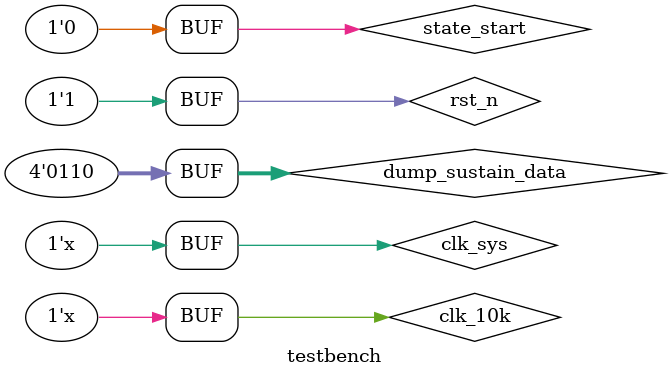
<source format=v>
`timescale 1ns/1ns
module testbench;

reg clk_sys;
reg rst_n;
reg state_start;
reg [3:0]dump_sustain_data;
reg clk_10k;

initial
    begin
        rst_n = 1'b0;
        state_start = 1'b0;
        dump_sustain_data = 4'd0;
        clk_sys = 1'b0;
        clk_10k = 1'b0;
    end

initial
    begin
        #500000 rst_n = 1'b1;
                state_start = 1'b1;
                dump_sustain_data = 4'd6;
        #5000000
            state_start = 1'b0;
    end

always 
    #50000 clk_10k <= !clk_10k;
always 
    #5     clk_sys <= !clk_sys;


dump_sustain_timer dump_sustain_timer_0
(
.clk_sys(clk_sys),
.rst_n(rst_n),
.state_start(state_start),
.dump_sustain_data(dump_sustain_data),
.clk_10k(clk_10k),
.start(start)
);

endmodule
</source>
